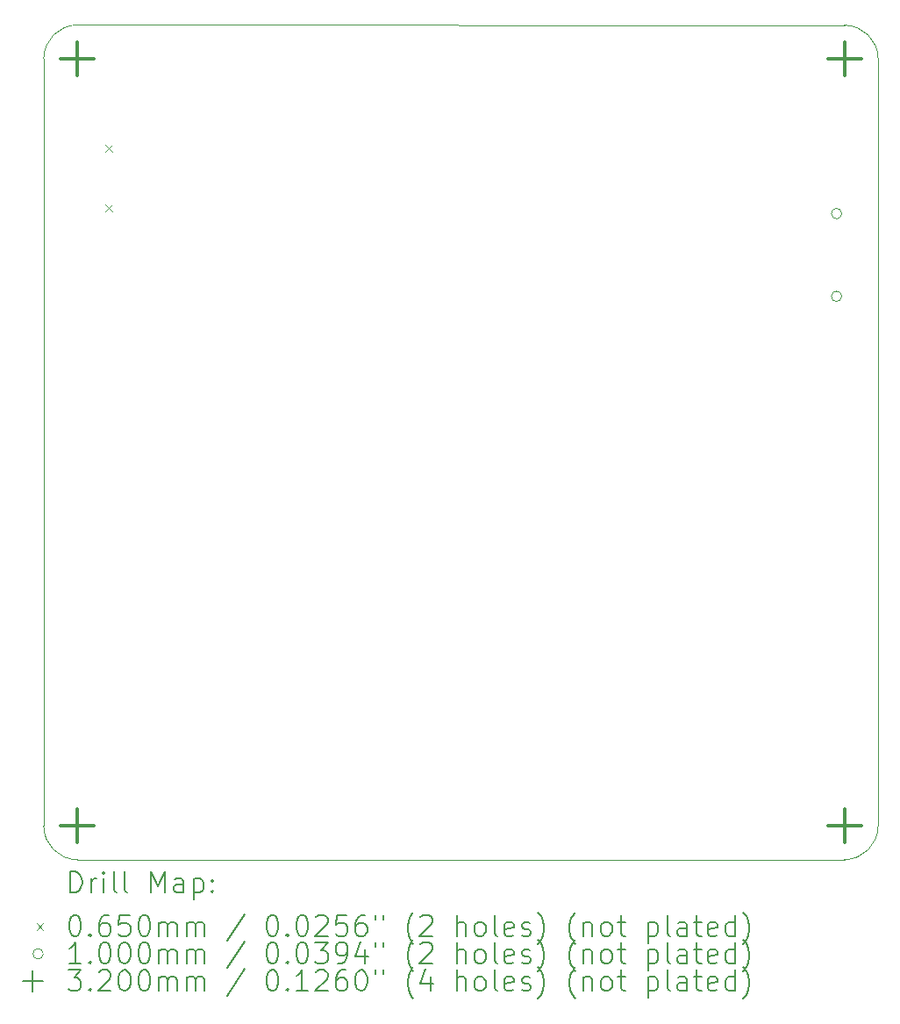
<source format=gbr>
%TF.GenerationSoftware,KiCad,Pcbnew,8.0.6*%
%TF.CreationDate,2024-11-27T19:32:27+03:00*%
%TF.ProjectId,OBCv1,4f424376-312e-46b6-9963-61645f706362,rev?*%
%TF.SameCoordinates,Original*%
%TF.FileFunction,Drillmap*%
%TF.FilePolarity,Positive*%
%FSLAX45Y45*%
G04 Gerber Fmt 4.5, Leading zero omitted, Abs format (unit mm)*
G04 Created by KiCad (PCBNEW 8.0.6) date 2024-11-27 19:32:27*
%MOMM*%
%LPD*%
G01*
G04 APERTURE LIST*
%ADD10C,0.100000*%
%ADD11C,0.200000*%
%ADD12C,0.320000*%
G04 APERTURE END LIST*
D10*
X5080139Y-4971026D02*
X5080000Y-12375000D01*
X5405000Y-12700000D02*
G75*
G02*
X5080000Y-12375000I0J325000D01*
G01*
X5080139Y-4971026D02*
G75*
G02*
X5405139Y-4646026I325000J0D01*
G01*
X13133982Y-4973200D02*
X13133982Y-12374970D01*
X13133982Y-12374970D02*
G75*
G02*
X12808982Y-12699972I-325002J1D01*
G01*
X12808982Y-12699970D02*
X5405000Y-12700000D01*
X5405139Y-4646026D02*
X12808982Y-4648200D01*
X12808982Y-4648200D02*
G75*
G02*
X13133980Y-4973200I-2J-325000D01*
G01*
D11*
D10*
X5674526Y-5803049D02*
X5739526Y-5868049D01*
X5739526Y-5803049D02*
X5674526Y-5868049D01*
X5674526Y-6381049D02*
X5739526Y-6446049D01*
X5739526Y-6381049D02*
X5674526Y-6446049D01*
X12782586Y-6466369D02*
G75*
G02*
X12682586Y-6466369I-50000J0D01*
G01*
X12682586Y-6466369D02*
G75*
G02*
X12782586Y-6466369I50000J0D01*
G01*
X12782586Y-7263929D02*
G75*
G02*
X12682586Y-7263929I-50000J0D01*
G01*
X12682586Y-7263929D02*
G75*
G02*
X12782586Y-7263929I50000J0D01*
G01*
D12*
X5405000Y-12215000D02*
X5405000Y-12535000D01*
X5245000Y-12375000D02*
X5565000Y-12375000D01*
X5405139Y-4811026D02*
X5405139Y-5131026D01*
X5245139Y-4971026D02*
X5565139Y-4971026D01*
X12808982Y-4813200D02*
X12808982Y-5133200D01*
X12648982Y-4973200D02*
X12968982Y-4973200D01*
X12808982Y-12214970D02*
X12808982Y-12534970D01*
X12648982Y-12374970D02*
X12968982Y-12374970D01*
D11*
X5335777Y-13016484D02*
X5335777Y-12816484D01*
X5335777Y-12816484D02*
X5383396Y-12816484D01*
X5383396Y-12816484D02*
X5411967Y-12826008D01*
X5411967Y-12826008D02*
X5431015Y-12845055D01*
X5431015Y-12845055D02*
X5440539Y-12864103D01*
X5440539Y-12864103D02*
X5450063Y-12902198D01*
X5450063Y-12902198D02*
X5450063Y-12930769D01*
X5450063Y-12930769D02*
X5440539Y-12968865D01*
X5440539Y-12968865D02*
X5431015Y-12987912D01*
X5431015Y-12987912D02*
X5411967Y-13006960D01*
X5411967Y-13006960D02*
X5383396Y-13016484D01*
X5383396Y-13016484D02*
X5335777Y-13016484D01*
X5535777Y-13016484D02*
X5535777Y-12883150D01*
X5535777Y-12921246D02*
X5545301Y-12902198D01*
X5545301Y-12902198D02*
X5554824Y-12892674D01*
X5554824Y-12892674D02*
X5573872Y-12883150D01*
X5573872Y-12883150D02*
X5592920Y-12883150D01*
X5659586Y-13016484D02*
X5659586Y-12883150D01*
X5659586Y-12816484D02*
X5650062Y-12826008D01*
X5650062Y-12826008D02*
X5659586Y-12835531D01*
X5659586Y-12835531D02*
X5669110Y-12826008D01*
X5669110Y-12826008D02*
X5659586Y-12816484D01*
X5659586Y-12816484D02*
X5659586Y-12835531D01*
X5783396Y-13016484D02*
X5764348Y-13006960D01*
X5764348Y-13006960D02*
X5754824Y-12987912D01*
X5754824Y-12987912D02*
X5754824Y-12816484D01*
X5888158Y-13016484D02*
X5869110Y-13006960D01*
X5869110Y-13006960D02*
X5859586Y-12987912D01*
X5859586Y-12987912D02*
X5859586Y-12816484D01*
X6116729Y-13016484D02*
X6116729Y-12816484D01*
X6116729Y-12816484D02*
X6183396Y-12959341D01*
X6183396Y-12959341D02*
X6250062Y-12816484D01*
X6250062Y-12816484D02*
X6250062Y-13016484D01*
X6431015Y-13016484D02*
X6431015Y-12911722D01*
X6431015Y-12911722D02*
X6421491Y-12892674D01*
X6421491Y-12892674D02*
X6402443Y-12883150D01*
X6402443Y-12883150D02*
X6364348Y-12883150D01*
X6364348Y-12883150D02*
X6345301Y-12892674D01*
X6431015Y-13006960D02*
X6411967Y-13016484D01*
X6411967Y-13016484D02*
X6364348Y-13016484D01*
X6364348Y-13016484D02*
X6345301Y-13006960D01*
X6345301Y-13006960D02*
X6335777Y-12987912D01*
X6335777Y-12987912D02*
X6335777Y-12968865D01*
X6335777Y-12968865D02*
X6345301Y-12949817D01*
X6345301Y-12949817D02*
X6364348Y-12940293D01*
X6364348Y-12940293D02*
X6411967Y-12940293D01*
X6411967Y-12940293D02*
X6431015Y-12930769D01*
X6526253Y-12883150D02*
X6526253Y-13083150D01*
X6526253Y-12892674D02*
X6545301Y-12883150D01*
X6545301Y-12883150D02*
X6583396Y-12883150D01*
X6583396Y-12883150D02*
X6602443Y-12892674D01*
X6602443Y-12892674D02*
X6611967Y-12902198D01*
X6611967Y-12902198D02*
X6621491Y-12921246D01*
X6621491Y-12921246D02*
X6621491Y-12978388D01*
X6621491Y-12978388D02*
X6611967Y-12997436D01*
X6611967Y-12997436D02*
X6602443Y-13006960D01*
X6602443Y-13006960D02*
X6583396Y-13016484D01*
X6583396Y-13016484D02*
X6545301Y-13016484D01*
X6545301Y-13016484D02*
X6526253Y-13006960D01*
X6707205Y-12997436D02*
X6716729Y-13006960D01*
X6716729Y-13006960D02*
X6707205Y-13016484D01*
X6707205Y-13016484D02*
X6697682Y-13006960D01*
X6697682Y-13006960D02*
X6707205Y-12997436D01*
X6707205Y-12997436D02*
X6707205Y-13016484D01*
X6707205Y-12892674D02*
X6716729Y-12902198D01*
X6716729Y-12902198D02*
X6707205Y-12911722D01*
X6707205Y-12911722D02*
X6697682Y-12902198D01*
X6697682Y-12902198D02*
X6707205Y-12892674D01*
X6707205Y-12892674D02*
X6707205Y-12911722D01*
D10*
X5010000Y-13312500D02*
X5075000Y-13377500D01*
X5075000Y-13312500D02*
X5010000Y-13377500D01*
D11*
X5373872Y-13236484D02*
X5392920Y-13236484D01*
X5392920Y-13236484D02*
X5411967Y-13246008D01*
X5411967Y-13246008D02*
X5421491Y-13255531D01*
X5421491Y-13255531D02*
X5431015Y-13274579D01*
X5431015Y-13274579D02*
X5440539Y-13312674D01*
X5440539Y-13312674D02*
X5440539Y-13360293D01*
X5440539Y-13360293D02*
X5431015Y-13398388D01*
X5431015Y-13398388D02*
X5421491Y-13417436D01*
X5421491Y-13417436D02*
X5411967Y-13426960D01*
X5411967Y-13426960D02*
X5392920Y-13436484D01*
X5392920Y-13436484D02*
X5373872Y-13436484D01*
X5373872Y-13436484D02*
X5354824Y-13426960D01*
X5354824Y-13426960D02*
X5345301Y-13417436D01*
X5345301Y-13417436D02*
X5335777Y-13398388D01*
X5335777Y-13398388D02*
X5326253Y-13360293D01*
X5326253Y-13360293D02*
X5326253Y-13312674D01*
X5326253Y-13312674D02*
X5335777Y-13274579D01*
X5335777Y-13274579D02*
X5345301Y-13255531D01*
X5345301Y-13255531D02*
X5354824Y-13246008D01*
X5354824Y-13246008D02*
X5373872Y-13236484D01*
X5526253Y-13417436D02*
X5535777Y-13426960D01*
X5535777Y-13426960D02*
X5526253Y-13436484D01*
X5526253Y-13436484D02*
X5516729Y-13426960D01*
X5516729Y-13426960D02*
X5526253Y-13417436D01*
X5526253Y-13417436D02*
X5526253Y-13436484D01*
X5707205Y-13236484D02*
X5669110Y-13236484D01*
X5669110Y-13236484D02*
X5650062Y-13246008D01*
X5650062Y-13246008D02*
X5640539Y-13255531D01*
X5640539Y-13255531D02*
X5621491Y-13284103D01*
X5621491Y-13284103D02*
X5611967Y-13322198D01*
X5611967Y-13322198D02*
X5611967Y-13398388D01*
X5611967Y-13398388D02*
X5621491Y-13417436D01*
X5621491Y-13417436D02*
X5631015Y-13426960D01*
X5631015Y-13426960D02*
X5650062Y-13436484D01*
X5650062Y-13436484D02*
X5688158Y-13436484D01*
X5688158Y-13436484D02*
X5707205Y-13426960D01*
X5707205Y-13426960D02*
X5716729Y-13417436D01*
X5716729Y-13417436D02*
X5726253Y-13398388D01*
X5726253Y-13398388D02*
X5726253Y-13350769D01*
X5726253Y-13350769D02*
X5716729Y-13331722D01*
X5716729Y-13331722D02*
X5707205Y-13322198D01*
X5707205Y-13322198D02*
X5688158Y-13312674D01*
X5688158Y-13312674D02*
X5650062Y-13312674D01*
X5650062Y-13312674D02*
X5631015Y-13322198D01*
X5631015Y-13322198D02*
X5621491Y-13331722D01*
X5621491Y-13331722D02*
X5611967Y-13350769D01*
X5907205Y-13236484D02*
X5811967Y-13236484D01*
X5811967Y-13236484D02*
X5802443Y-13331722D01*
X5802443Y-13331722D02*
X5811967Y-13322198D01*
X5811967Y-13322198D02*
X5831015Y-13312674D01*
X5831015Y-13312674D02*
X5878634Y-13312674D01*
X5878634Y-13312674D02*
X5897682Y-13322198D01*
X5897682Y-13322198D02*
X5907205Y-13331722D01*
X5907205Y-13331722D02*
X5916729Y-13350769D01*
X5916729Y-13350769D02*
X5916729Y-13398388D01*
X5916729Y-13398388D02*
X5907205Y-13417436D01*
X5907205Y-13417436D02*
X5897682Y-13426960D01*
X5897682Y-13426960D02*
X5878634Y-13436484D01*
X5878634Y-13436484D02*
X5831015Y-13436484D01*
X5831015Y-13436484D02*
X5811967Y-13426960D01*
X5811967Y-13426960D02*
X5802443Y-13417436D01*
X6040539Y-13236484D02*
X6059586Y-13236484D01*
X6059586Y-13236484D02*
X6078634Y-13246008D01*
X6078634Y-13246008D02*
X6088158Y-13255531D01*
X6088158Y-13255531D02*
X6097682Y-13274579D01*
X6097682Y-13274579D02*
X6107205Y-13312674D01*
X6107205Y-13312674D02*
X6107205Y-13360293D01*
X6107205Y-13360293D02*
X6097682Y-13398388D01*
X6097682Y-13398388D02*
X6088158Y-13417436D01*
X6088158Y-13417436D02*
X6078634Y-13426960D01*
X6078634Y-13426960D02*
X6059586Y-13436484D01*
X6059586Y-13436484D02*
X6040539Y-13436484D01*
X6040539Y-13436484D02*
X6021491Y-13426960D01*
X6021491Y-13426960D02*
X6011967Y-13417436D01*
X6011967Y-13417436D02*
X6002443Y-13398388D01*
X6002443Y-13398388D02*
X5992920Y-13360293D01*
X5992920Y-13360293D02*
X5992920Y-13312674D01*
X5992920Y-13312674D02*
X6002443Y-13274579D01*
X6002443Y-13274579D02*
X6011967Y-13255531D01*
X6011967Y-13255531D02*
X6021491Y-13246008D01*
X6021491Y-13246008D02*
X6040539Y-13236484D01*
X6192920Y-13436484D02*
X6192920Y-13303150D01*
X6192920Y-13322198D02*
X6202443Y-13312674D01*
X6202443Y-13312674D02*
X6221491Y-13303150D01*
X6221491Y-13303150D02*
X6250063Y-13303150D01*
X6250063Y-13303150D02*
X6269110Y-13312674D01*
X6269110Y-13312674D02*
X6278634Y-13331722D01*
X6278634Y-13331722D02*
X6278634Y-13436484D01*
X6278634Y-13331722D02*
X6288158Y-13312674D01*
X6288158Y-13312674D02*
X6307205Y-13303150D01*
X6307205Y-13303150D02*
X6335777Y-13303150D01*
X6335777Y-13303150D02*
X6354824Y-13312674D01*
X6354824Y-13312674D02*
X6364348Y-13331722D01*
X6364348Y-13331722D02*
X6364348Y-13436484D01*
X6459586Y-13436484D02*
X6459586Y-13303150D01*
X6459586Y-13322198D02*
X6469110Y-13312674D01*
X6469110Y-13312674D02*
X6488158Y-13303150D01*
X6488158Y-13303150D02*
X6516729Y-13303150D01*
X6516729Y-13303150D02*
X6535777Y-13312674D01*
X6535777Y-13312674D02*
X6545301Y-13331722D01*
X6545301Y-13331722D02*
X6545301Y-13436484D01*
X6545301Y-13331722D02*
X6554824Y-13312674D01*
X6554824Y-13312674D02*
X6573872Y-13303150D01*
X6573872Y-13303150D02*
X6602443Y-13303150D01*
X6602443Y-13303150D02*
X6621491Y-13312674D01*
X6621491Y-13312674D02*
X6631015Y-13331722D01*
X6631015Y-13331722D02*
X6631015Y-13436484D01*
X7021491Y-13226960D02*
X6850063Y-13484103D01*
X7278634Y-13236484D02*
X7297682Y-13236484D01*
X7297682Y-13236484D02*
X7316729Y-13246008D01*
X7316729Y-13246008D02*
X7326253Y-13255531D01*
X7326253Y-13255531D02*
X7335777Y-13274579D01*
X7335777Y-13274579D02*
X7345301Y-13312674D01*
X7345301Y-13312674D02*
X7345301Y-13360293D01*
X7345301Y-13360293D02*
X7335777Y-13398388D01*
X7335777Y-13398388D02*
X7326253Y-13417436D01*
X7326253Y-13417436D02*
X7316729Y-13426960D01*
X7316729Y-13426960D02*
X7297682Y-13436484D01*
X7297682Y-13436484D02*
X7278634Y-13436484D01*
X7278634Y-13436484D02*
X7259586Y-13426960D01*
X7259586Y-13426960D02*
X7250063Y-13417436D01*
X7250063Y-13417436D02*
X7240539Y-13398388D01*
X7240539Y-13398388D02*
X7231015Y-13360293D01*
X7231015Y-13360293D02*
X7231015Y-13312674D01*
X7231015Y-13312674D02*
X7240539Y-13274579D01*
X7240539Y-13274579D02*
X7250063Y-13255531D01*
X7250063Y-13255531D02*
X7259586Y-13246008D01*
X7259586Y-13246008D02*
X7278634Y-13236484D01*
X7431015Y-13417436D02*
X7440539Y-13426960D01*
X7440539Y-13426960D02*
X7431015Y-13436484D01*
X7431015Y-13436484D02*
X7421491Y-13426960D01*
X7421491Y-13426960D02*
X7431015Y-13417436D01*
X7431015Y-13417436D02*
X7431015Y-13436484D01*
X7564348Y-13236484D02*
X7583396Y-13236484D01*
X7583396Y-13236484D02*
X7602444Y-13246008D01*
X7602444Y-13246008D02*
X7611967Y-13255531D01*
X7611967Y-13255531D02*
X7621491Y-13274579D01*
X7621491Y-13274579D02*
X7631015Y-13312674D01*
X7631015Y-13312674D02*
X7631015Y-13360293D01*
X7631015Y-13360293D02*
X7621491Y-13398388D01*
X7621491Y-13398388D02*
X7611967Y-13417436D01*
X7611967Y-13417436D02*
X7602444Y-13426960D01*
X7602444Y-13426960D02*
X7583396Y-13436484D01*
X7583396Y-13436484D02*
X7564348Y-13436484D01*
X7564348Y-13436484D02*
X7545301Y-13426960D01*
X7545301Y-13426960D02*
X7535777Y-13417436D01*
X7535777Y-13417436D02*
X7526253Y-13398388D01*
X7526253Y-13398388D02*
X7516729Y-13360293D01*
X7516729Y-13360293D02*
X7516729Y-13312674D01*
X7516729Y-13312674D02*
X7526253Y-13274579D01*
X7526253Y-13274579D02*
X7535777Y-13255531D01*
X7535777Y-13255531D02*
X7545301Y-13246008D01*
X7545301Y-13246008D02*
X7564348Y-13236484D01*
X7707206Y-13255531D02*
X7716729Y-13246008D01*
X7716729Y-13246008D02*
X7735777Y-13236484D01*
X7735777Y-13236484D02*
X7783396Y-13236484D01*
X7783396Y-13236484D02*
X7802444Y-13246008D01*
X7802444Y-13246008D02*
X7811967Y-13255531D01*
X7811967Y-13255531D02*
X7821491Y-13274579D01*
X7821491Y-13274579D02*
X7821491Y-13293627D01*
X7821491Y-13293627D02*
X7811967Y-13322198D01*
X7811967Y-13322198D02*
X7697682Y-13436484D01*
X7697682Y-13436484D02*
X7821491Y-13436484D01*
X8002444Y-13236484D02*
X7907206Y-13236484D01*
X7907206Y-13236484D02*
X7897682Y-13331722D01*
X7897682Y-13331722D02*
X7907206Y-13322198D01*
X7907206Y-13322198D02*
X7926253Y-13312674D01*
X7926253Y-13312674D02*
X7973872Y-13312674D01*
X7973872Y-13312674D02*
X7992920Y-13322198D01*
X7992920Y-13322198D02*
X8002444Y-13331722D01*
X8002444Y-13331722D02*
X8011967Y-13350769D01*
X8011967Y-13350769D02*
X8011967Y-13398388D01*
X8011967Y-13398388D02*
X8002444Y-13417436D01*
X8002444Y-13417436D02*
X7992920Y-13426960D01*
X7992920Y-13426960D02*
X7973872Y-13436484D01*
X7973872Y-13436484D02*
X7926253Y-13436484D01*
X7926253Y-13436484D02*
X7907206Y-13426960D01*
X7907206Y-13426960D02*
X7897682Y-13417436D01*
X8183396Y-13236484D02*
X8145301Y-13236484D01*
X8145301Y-13236484D02*
X8126253Y-13246008D01*
X8126253Y-13246008D02*
X8116729Y-13255531D01*
X8116729Y-13255531D02*
X8097682Y-13284103D01*
X8097682Y-13284103D02*
X8088158Y-13322198D01*
X8088158Y-13322198D02*
X8088158Y-13398388D01*
X8088158Y-13398388D02*
X8097682Y-13417436D01*
X8097682Y-13417436D02*
X8107206Y-13426960D01*
X8107206Y-13426960D02*
X8126253Y-13436484D01*
X8126253Y-13436484D02*
X8164348Y-13436484D01*
X8164348Y-13436484D02*
X8183396Y-13426960D01*
X8183396Y-13426960D02*
X8192920Y-13417436D01*
X8192920Y-13417436D02*
X8202444Y-13398388D01*
X8202444Y-13398388D02*
X8202444Y-13350769D01*
X8202444Y-13350769D02*
X8192920Y-13331722D01*
X8192920Y-13331722D02*
X8183396Y-13322198D01*
X8183396Y-13322198D02*
X8164348Y-13312674D01*
X8164348Y-13312674D02*
X8126253Y-13312674D01*
X8126253Y-13312674D02*
X8107206Y-13322198D01*
X8107206Y-13322198D02*
X8097682Y-13331722D01*
X8097682Y-13331722D02*
X8088158Y-13350769D01*
X8278634Y-13236484D02*
X8278634Y-13274579D01*
X8354825Y-13236484D02*
X8354825Y-13274579D01*
X8650063Y-13512674D02*
X8640539Y-13503150D01*
X8640539Y-13503150D02*
X8621491Y-13474579D01*
X8621491Y-13474579D02*
X8611968Y-13455531D01*
X8611968Y-13455531D02*
X8602444Y-13426960D01*
X8602444Y-13426960D02*
X8592920Y-13379341D01*
X8592920Y-13379341D02*
X8592920Y-13341246D01*
X8592920Y-13341246D02*
X8602444Y-13293627D01*
X8602444Y-13293627D02*
X8611968Y-13265055D01*
X8611968Y-13265055D02*
X8621491Y-13246008D01*
X8621491Y-13246008D02*
X8640539Y-13217436D01*
X8640539Y-13217436D02*
X8650063Y-13207912D01*
X8716730Y-13255531D02*
X8726253Y-13246008D01*
X8726253Y-13246008D02*
X8745301Y-13236484D01*
X8745301Y-13236484D02*
X8792920Y-13236484D01*
X8792920Y-13236484D02*
X8811968Y-13246008D01*
X8811968Y-13246008D02*
X8821491Y-13255531D01*
X8821491Y-13255531D02*
X8831015Y-13274579D01*
X8831015Y-13274579D02*
X8831015Y-13293627D01*
X8831015Y-13293627D02*
X8821491Y-13322198D01*
X8821491Y-13322198D02*
X8707206Y-13436484D01*
X8707206Y-13436484D02*
X8831015Y-13436484D01*
X9069111Y-13436484D02*
X9069111Y-13236484D01*
X9154825Y-13436484D02*
X9154825Y-13331722D01*
X9154825Y-13331722D02*
X9145301Y-13312674D01*
X9145301Y-13312674D02*
X9126253Y-13303150D01*
X9126253Y-13303150D02*
X9097682Y-13303150D01*
X9097682Y-13303150D02*
X9078634Y-13312674D01*
X9078634Y-13312674D02*
X9069111Y-13322198D01*
X9278634Y-13436484D02*
X9259587Y-13426960D01*
X9259587Y-13426960D02*
X9250063Y-13417436D01*
X9250063Y-13417436D02*
X9240539Y-13398388D01*
X9240539Y-13398388D02*
X9240539Y-13341246D01*
X9240539Y-13341246D02*
X9250063Y-13322198D01*
X9250063Y-13322198D02*
X9259587Y-13312674D01*
X9259587Y-13312674D02*
X9278634Y-13303150D01*
X9278634Y-13303150D02*
X9307206Y-13303150D01*
X9307206Y-13303150D02*
X9326253Y-13312674D01*
X9326253Y-13312674D02*
X9335777Y-13322198D01*
X9335777Y-13322198D02*
X9345301Y-13341246D01*
X9345301Y-13341246D02*
X9345301Y-13398388D01*
X9345301Y-13398388D02*
X9335777Y-13417436D01*
X9335777Y-13417436D02*
X9326253Y-13426960D01*
X9326253Y-13426960D02*
X9307206Y-13436484D01*
X9307206Y-13436484D02*
X9278634Y-13436484D01*
X9459587Y-13436484D02*
X9440539Y-13426960D01*
X9440539Y-13426960D02*
X9431015Y-13407912D01*
X9431015Y-13407912D02*
X9431015Y-13236484D01*
X9611968Y-13426960D02*
X9592920Y-13436484D01*
X9592920Y-13436484D02*
X9554825Y-13436484D01*
X9554825Y-13436484D02*
X9535777Y-13426960D01*
X9535777Y-13426960D02*
X9526253Y-13407912D01*
X9526253Y-13407912D02*
X9526253Y-13331722D01*
X9526253Y-13331722D02*
X9535777Y-13312674D01*
X9535777Y-13312674D02*
X9554825Y-13303150D01*
X9554825Y-13303150D02*
X9592920Y-13303150D01*
X9592920Y-13303150D02*
X9611968Y-13312674D01*
X9611968Y-13312674D02*
X9621492Y-13331722D01*
X9621492Y-13331722D02*
X9621492Y-13350769D01*
X9621492Y-13350769D02*
X9526253Y-13369817D01*
X9697682Y-13426960D02*
X9716730Y-13436484D01*
X9716730Y-13436484D02*
X9754825Y-13436484D01*
X9754825Y-13436484D02*
X9773873Y-13426960D01*
X9773873Y-13426960D02*
X9783396Y-13407912D01*
X9783396Y-13407912D02*
X9783396Y-13398388D01*
X9783396Y-13398388D02*
X9773873Y-13379341D01*
X9773873Y-13379341D02*
X9754825Y-13369817D01*
X9754825Y-13369817D02*
X9726253Y-13369817D01*
X9726253Y-13369817D02*
X9707206Y-13360293D01*
X9707206Y-13360293D02*
X9697682Y-13341246D01*
X9697682Y-13341246D02*
X9697682Y-13331722D01*
X9697682Y-13331722D02*
X9707206Y-13312674D01*
X9707206Y-13312674D02*
X9726253Y-13303150D01*
X9726253Y-13303150D02*
X9754825Y-13303150D01*
X9754825Y-13303150D02*
X9773873Y-13312674D01*
X9850063Y-13512674D02*
X9859587Y-13503150D01*
X9859587Y-13503150D02*
X9878634Y-13474579D01*
X9878634Y-13474579D02*
X9888158Y-13455531D01*
X9888158Y-13455531D02*
X9897682Y-13426960D01*
X9897682Y-13426960D02*
X9907206Y-13379341D01*
X9907206Y-13379341D02*
X9907206Y-13341246D01*
X9907206Y-13341246D02*
X9897682Y-13293627D01*
X9897682Y-13293627D02*
X9888158Y-13265055D01*
X9888158Y-13265055D02*
X9878634Y-13246008D01*
X9878634Y-13246008D02*
X9859587Y-13217436D01*
X9859587Y-13217436D02*
X9850063Y-13207912D01*
X10211968Y-13512674D02*
X10202444Y-13503150D01*
X10202444Y-13503150D02*
X10183396Y-13474579D01*
X10183396Y-13474579D02*
X10173873Y-13455531D01*
X10173873Y-13455531D02*
X10164349Y-13426960D01*
X10164349Y-13426960D02*
X10154825Y-13379341D01*
X10154825Y-13379341D02*
X10154825Y-13341246D01*
X10154825Y-13341246D02*
X10164349Y-13293627D01*
X10164349Y-13293627D02*
X10173873Y-13265055D01*
X10173873Y-13265055D02*
X10183396Y-13246008D01*
X10183396Y-13246008D02*
X10202444Y-13217436D01*
X10202444Y-13217436D02*
X10211968Y-13207912D01*
X10288158Y-13303150D02*
X10288158Y-13436484D01*
X10288158Y-13322198D02*
X10297682Y-13312674D01*
X10297682Y-13312674D02*
X10316730Y-13303150D01*
X10316730Y-13303150D02*
X10345301Y-13303150D01*
X10345301Y-13303150D02*
X10364349Y-13312674D01*
X10364349Y-13312674D02*
X10373873Y-13331722D01*
X10373873Y-13331722D02*
X10373873Y-13436484D01*
X10497682Y-13436484D02*
X10478634Y-13426960D01*
X10478634Y-13426960D02*
X10469111Y-13417436D01*
X10469111Y-13417436D02*
X10459587Y-13398388D01*
X10459587Y-13398388D02*
X10459587Y-13341246D01*
X10459587Y-13341246D02*
X10469111Y-13322198D01*
X10469111Y-13322198D02*
X10478634Y-13312674D01*
X10478634Y-13312674D02*
X10497682Y-13303150D01*
X10497682Y-13303150D02*
X10526254Y-13303150D01*
X10526254Y-13303150D02*
X10545301Y-13312674D01*
X10545301Y-13312674D02*
X10554825Y-13322198D01*
X10554825Y-13322198D02*
X10564349Y-13341246D01*
X10564349Y-13341246D02*
X10564349Y-13398388D01*
X10564349Y-13398388D02*
X10554825Y-13417436D01*
X10554825Y-13417436D02*
X10545301Y-13426960D01*
X10545301Y-13426960D02*
X10526254Y-13436484D01*
X10526254Y-13436484D02*
X10497682Y-13436484D01*
X10621492Y-13303150D02*
X10697682Y-13303150D01*
X10650063Y-13236484D02*
X10650063Y-13407912D01*
X10650063Y-13407912D02*
X10659587Y-13426960D01*
X10659587Y-13426960D02*
X10678634Y-13436484D01*
X10678634Y-13436484D02*
X10697682Y-13436484D01*
X10916730Y-13303150D02*
X10916730Y-13503150D01*
X10916730Y-13312674D02*
X10935777Y-13303150D01*
X10935777Y-13303150D02*
X10973873Y-13303150D01*
X10973873Y-13303150D02*
X10992920Y-13312674D01*
X10992920Y-13312674D02*
X11002444Y-13322198D01*
X11002444Y-13322198D02*
X11011968Y-13341246D01*
X11011968Y-13341246D02*
X11011968Y-13398388D01*
X11011968Y-13398388D02*
X11002444Y-13417436D01*
X11002444Y-13417436D02*
X10992920Y-13426960D01*
X10992920Y-13426960D02*
X10973873Y-13436484D01*
X10973873Y-13436484D02*
X10935777Y-13436484D01*
X10935777Y-13436484D02*
X10916730Y-13426960D01*
X11126254Y-13436484D02*
X11107206Y-13426960D01*
X11107206Y-13426960D02*
X11097682Y-13407912D01*
X11097682Y-13407912D02*
X11097682Y-13236484D01*
X11288158Y-13436484D02*
X11288158Y-13331722D01*
X11288158Y-13331722D02*
X11278634Y-13312674D01*
X11278634Y-13312674D02*
X11259587Y-13303150D01*
X11259587Y-13303150D02*
X11221492Y-13303150D01*
X11221492Y-13303150D02*
X11202444Y-13312674D01*
X11288158Y-13426960D02*
X11269111Y-13436484D01*
X11269111Y-13436484D02*
X11221492Y-13436484D01*
X11221492Y-13436484D02*
X11202444Y-13426960D01*
X11202444Y-13426960D02*
X11192920Y-13407912D01*
X11192920Y-13407912D02*
X11192920Y-13388865D01*
X11192920Y-13388865D02*
X11202444Y-13369817D01*
X11202444Y-13369817D02*
X11221492Y-13360293D01*
X11221492Y-13360293D02*
X11269111Y-13360293D01*
X11269111Y-13360293D02*
X11288158Y-13350769D01*
X11354825Y-13303150D02*
X11431015Y-13303150D01*
X11383396Y-13236484D02*
X11383396Y-13407912D01*
X11383396Y-13407912D02*
X11392920Y-13426960D01*
X11392920Y-13426960D02*
X11411968Y-13436484D01*
X11411968Y-13436484D02*
X11431015Y-13436484D01*
X11573873Y-13426960D02*
X11554825Y-13436484D01*
X11554825Y-13436484D02*
X11516730Y-13436484D01*
X11516730Y-13436484D02*
X11497682Y-13426960D01*
X11497682Y-13426960D02*
X11488158Y-13407912D01*
X11488158Y-13407912D02*
X11488158Y-13331722D01*
X11488158Y-13331722D02*
X11497682Y-13312674D01*
X11497682Y-13312674D02*
X11516730Y-13303150D01*
X11516730Y-13303150D02*
X11554825Y-13303150D01*
X11554825Y-13303150D02*
X11573873Y-13312674D01*
X11573873Y-13312674D02*
X11583396Y-13331722D01*
X11583396Y-13331722D02*
X11583396Y-13350769D01*
X11583396Y-13350769D02*
X11488158Y-13369817D01*
X11754825Y-13436484D02*
X11754825Y-13236484D01*
X11754825Y-13426960D02*
X11735777Y-13436484D01*
X11735777Y-13436484D02*
X11697682Y-13436484D01*
X11697682Y-13436484D02*
X11678634Y-13426960D01*
X11678634Y-13426960D02*
X11669111Y-13417436D01*
X11669111Y-13417436D02*
X11659587Y-13398388D01*
X11659587Y-13398388D02*
X11659587Y-13341246D01*
X11659587Y-13341246D02*
X11669111Y-13322198D01*
X11669111Y-13322198D02*
X11678634Y-13312674D01*
X11678634Y-13312674D02*
X11697682Y-13303150D01*
X11697682Y-13303150D02*
X11735777Y-13303150D01*
X11735777Y-13303150D02*
X11754825Y-13312674D01*
X11831015Y-13512674D02*
X11840539Y-13503150D01*
X11840539Y-13503150D02*
X11859587Y-13474579D01*
X11859587Y-13474579D02*
X11869111Y-13455531D01*
X11869111Y-13455531D02*
X11878634Y-13426960D01*
X11878634Y-13426960D02*
X11888158Y-13379341D01*
X11888158Y-13379341D02*
X11888158Y-13341246D01*
X11888158Y-13341246D02*
X11878634Y-13293627D01*
X11878634Y-13293627D02*
X11869111Y-13265055D01*
X11869111Y-13265055D02*
X11859587Y-13246008D01*
X11859587Y-13246008D02*
X11840539Y-13217436D01*
X11840539Y-13217436D02*
X11831015Y-13207912D01*
D10*
X5075000Y-13609000D02*
G75*
G02*
X4975000Y-13609000I-50000J0D01*
G01*
X4975000Y-13609000D02*
G75*
G02*
X5075000Y-13609000I50000J0D01*
G01*
D11*
X5440539Y-13700484D02*
X5326253Y-13700484D01*
X5383396Y-13700484D02*
X5383396Y-13500484D01*
X5383396Y-13500484D02*
X5364348Y-13529055D01*
X5364348Y-13529055D02*
X5345301Y-13548103D01*
X5345301Y-13548103D02*
X5326253Y-13557627D01*
X5526253Y-13681436D02*
X5535777Y-13690960D01*
X5535777Y-13690960D02*
X5526253Y-13700484D01*
X5526253Y-13700484D02*
X5516729Y-13690960D01*
X5516729Y-13690960D02*
X5526253Y-13681436D01*
X5526253Y-13681436D02*
X5526253Y-13700484D01*
X5659586Y-13500484D02*
X5678634Y-13500484D01*
X5678634Y-13500484D02*
X5697682Y-13510008D01*
X5697682Y-13510008D02*
X5707205Y-13519531D01*
X5707205Y-13519531D02*
X5716729Y-13538579D01*
X5716729Y-13538579D02*
X5726253Y-13576674D01*
X5726253Y-13576674D02*
X5726253Y-13624293D01*
X5726253Y-13624293D02*
X5716729Y-13662388D01*
X5716729Y-13662388D02*
X5707205Y-13681436D01*
X5707205Y-13681436D02*
X5697682Y-13690960D01*
X5697682Y-13690960D02*
X5678634Y-13700484D01*
X5678634Y-13700484D02*
X5659586Y-13700484D01*
X5659586Y-13700484D02*
X5640539Y-13690960D01*
X5640539Y-13690960D02*
X5631015Y-13681436D01*
X5631015Y-13681436D02*
X5621491Y-13662388D01*
X5621491Y-13662388D02*
X5611967Y-13624293D01*
X5611967Y-13624293D02*
X5611967Y-13576674D01*
X5611967Y-13576674D02*
X5621491Y-13538579D01*
X5621491Y-13538579D02*
X5631015Y-13519531D01*
X5631015Y-13519531D02*
X5640539Y-13510008D01*
X5640539Y-13510008D02*
X5659586Y-13500484D01*
X5850062Y-13500484D02*
X5869110Y-13500484D01*
X5869110Y-13500484D02*
X5888158Y-13510008D01*
X5888158Y-13510008D02*
X5897682Y-13519531D01*
X5897682Y-13519531D02*
X5907205Y-13538579D01*
X5907205Y-13538579D02*
X5916729Y-13576674D01*
X5916729Y-13576674D02*
X5916729Y-13624293D01*
X5916729Y-13624293D02*
X5907205Y-13662388D01*
X5907205Y-13662388D02*
X5897682Y-13681436D01*
X5897682Y-13681436D02*
X5888158Y-13690960D01*
X5888158Y-13690960D02*
X5869110Y-13700484D01*
X5869110Y-13700484D02*
X5850062Y-13700484D01*
X5850062Y-13700484D02*
X5831015Y-13690960D01*
X5831015Y-13690960D02*
X5821491Y-13681436D01*
X5821491Y-13681436D02*
X5811967Y-13662388D01*
X5811967Y-13662388D02*
X5802443Y-13624293D01*
X5802443Y-13624293D02*
X5802443Y-13576674D01*
X5802443Y-13576674D02*
X5811967Y-13538579D01*
X5811967Y-13538579D02*
X5821491Y-13519531D01*
X5821491Y-13519531D02*
X5831015Y-13510008D01*
X5831015Y-13510008D02*
X5850062Y-13500484D01*
X6040539Y-13500484D02*
X6059586Y-13500484D01*
X6059586Y-13500484D02*
X6078634Y-13510008D01*
X6078634Y-13510008D02*
X6088158Y-13519531D01*
X6088158Y-13519531D02*
X6097682Y-13538579D01*
X6097682Y-13538579D02*
X6107205Y-13576674D01*
X6107205Y-13576674D02*
X6107205Y-13624293D01*
X6107205Y-13624293D02*
X6097682Y-13662388D01*
X6097682Y-13662388D02*
X6088158Y-13681436D01*
X6088158Y-13681436D02*
X6078634Y-13690960D01*
X6078634Y-13690960D02*
X6059586Y-13700484D01*
X6059586Y-13700484D02*
X6040539Y-13700484D01*
X6040539Y-13700484D02*
X6021491Y-13690960D01*
X6021491Y-13690960D02*
X6011967Y-13681436D01*
X6011967Y-13681436D02*
X6002443Y-13662388D01*
X6002443Y-13662388D02*
X5992920Y-13624293D01*
X5992920Y-13624293D02*
X5992920Y-13576674D01*
X5992920Y-13576674D02*
X6002443Y-13538579D01*
X6002443Y-13538579D02*
X6011967Y-13519531D01*
X6011967Y-13519531D02*
X6021491Y-13510008D01*
X6021491Y-13510008D02*
X6040539Y-13500484D01*
X6192920Y-13700484D02*
X6192920Y-13567150D01*
X6192920Y-13586198D02*
X6202443Y-13576674D01*
X6202443Y-13576674D02*
X6221491Y-13567150D01*
X6221491Y-13567150D02*
X6250063Y-13567150D01*
X6250063Y-13567150D02*
X6269110Y-13576674D01*
X6269110Y-13576674D02*
X6278634Y-13595722D01*
X6278634Y-13595722D02*
X6278634Y-13700484D01*
X6278634Y-13595722D02*
X6288158Y-13576674D01*
X6288158Y-13576674D02*
X6307205Y-13567150D01*
X6307205Y-13567150D02*
X6335777Y-13567150D01*
X6335777Y-13567150D02*
X6354824Y-13576674D01*
X6354824Y-13576674D02*
X6364348Y-13595722D01*
X6364348Y-13595722D02*
X6364348Y-13700484D01*
X6459586Y-13700484D02*
X6459586Y-13567150D01*
X6459586Y-13586198D02*
X6469110Y-13576674D01*
X6469110Y-13576674D02*
X6488158Y-13567150D01*
X6488158Y-13567150D02*
X6516729Y-13567150D01*
X6516729Y-13567150D02*
X6535777Y-13576674D01*
X6535777Y-13576674D02*
X6545301Y-13595722D01*
X6545301Y-13595722D02*
X6545301Y-13700484D01*
X6545301Y-13595722D02*
X6554824Y-13576674D01*
X6554824Y-13576674D02*
X6573872Y-13567150D01*
X6573872Y-13567150D02*
X6602443Y-13567150D01*
X6602443Y-13567150D02*
X6621491Y-13576674D01*
X6621491Y-13576674D02*
X6631015Y-13595722D01*
X6631015Y-13595722D02*
X6631015Y-13700484D01*
X7021491Y-13490960D02*
X6850063Y-13748103D01*
X7278634Y-13500484D02*
X7297682Y-13500484D01*
X7297682Y-13500484D02*
X7316729Y-13510008D01*
X7316729Y-13510008D02*
X7326253Y-13519531D01*
X7326253Y-13519531D02*
X7335777Y-13538579D01*
X7335777Y-13538579D02*
X7345301Y-13576674D01*
X7345301Y-13576674D02*
X7345301Y-13624293D01*
X7345301Y-13624293D02*
X7335777Y-13662388D01*
X7335777Y-13662388D02*
X7326253Y-13681436D01*
X7326253Y-13681436D02*
X7316729Y-13690960D01*
X7316729Y-13690960D02*
X7297682Y-13700484D01*
X7297682Y-13700484D02*
X7278634Y-13700484D01*
X7278634Y-13700484D02*
X7259586Y-13690960D01*
X7259586Y-13690960D02*
X7250063Y-13681436D01*
X7250063Y-13681436D02*
X7240539Y-13662388D01*
X7240539Y-13662388D02*
X7231015Y-13624293D01*
X7231015Y-13624293D02*
X7231015Y-13576674D01*
X7231015Y-13576674D02*
X7240539Y-13538579D01*
X7240539Y-13538579D02*
X7250063Y-13519531D01*
X7250063Y-13519531D02*
X7259586Y-13510008D01*
X7259586Y-13510008D02*
X7278634Y-13500484D01*
X7431015Y-13681436D02*
X7440539Y-13690960D01*
X7440539Y-13690960D02*
X7431015Y-13700484D01*
X7431015Y-13700484D02*
X7421491Y-13690960D01*
X7421491Y-13690960D02*
X7431015Y-13681436D01*
X7431015Y-13681436D02*
X7431015Y-13700484D01*
X7564348Y-13500484D02*
X7583396Y-13500484D01*
X7583396Y-13500484D02*
X7602444Y-13510008D01*
X7602444Y-13510008D02*
X7611967Y-13519531D01*
X7611967Y-13519531D02*
X7621491Y-13538579D01*
X7621491Y-13538579D02*
X7631015Y-13576674D01*
X7631015Y-13576674D02*
X7631015Y-13624293D01*
X7631015Y-13624293D02*
X7621491Y-13662388D01*
X7621491Y-13662388D02*
X7611967Y-13681436D01*
X7611967Y-13681436D02*
X7602444Y-13690960D01*
X7602444Y-13690960D02*
X7583396Y-13700484D01*
X7583396Y-13700484D02*
X7564348Y-13700484D01*
X7564348Y-13700484D02*
X7545301Y-13690960D01*
X7545301Y-13690960D02*
X7535777Y-13681436D01*
X7535777Y-13681436D02*
X7526253Y-13662388D01*
X7526253Y-13662388D02*
X7516729Y-13624293D01*
X7516729Y-13624293D02*
X7516729Y-13576674D01*
X7516729Y-13576674D02*
X7526253Y-13538579D01*
X7526253Y-13538579D02*
X7535777Y-13519531D01*
X7535777Y-13519531D02*
X7545301Y-13510008D01*
X7545301Y-13510008D02*
X7564348Y-13500484D01*
X7697682Y-13500484D02*
X7821491Y-13500484D01*
X7821491Y-13500484D02*
X7754825Y-13576674D01*
X7754825Y-13576674D02*
X7783396Y-13576674D01*
X7783396Y-13576674D02*
X7802444Y-13586198D01*
X7802444Y-13586198D02*
X7811967Y-13595722D01*
X7811967Y-13595722D02*
X7821491Y-13614769D01*
X7821491Y-13614769D02*
X7821491Y-13662388D01*
X7821491Y-13662388D02*
X7811967Y-13681436D01*
X7811967Y-13681436D02*
X7802444Y-13690960D01*
X7802444Y-13690960D02*
X7783396Y-13700484D01*
X7783396Y-13700484D02*
X7726253Y-13700484D01*
X7726253Y-13700484D02*
X7707206Y-13690960D01*
X7707206Y-13690960D02*
X7697682Y-13681436D01*
X7916729Y-13700484D02*
X7954825Y-13700484D01*
X7954825Y-13700484D02*
X7973872Y-13690960D01*
X7973872Y-13690960D02*
X7983396Y-13681436D01*
X7983396Y-13681436D02*
X8002444Y-13652865D01*
X8002444Y-13652865D02*
X8011967Y-13614769D01*
X8011967Y-13614769D02*
X8011967Y-13538579D01*
X8011967Y-13538579D02*
X8002444Y-13519531D01*
X8002444Y-13519531D02*
X7992920Y-13510008D01*
X7992920Y-13510008D02*
X7973872Y-13500484D01*
X7973872Y-13500484D02*
X7935777Y-13500484D01*
X7935777Y-13500484D02*
X7916729Y-13510008D01*
X7916729Y-13510008D02*
X7907206Y-13519531D01*
X7907206Y-13519531D02*
X7897682Y-13538579D01*
X7897682Y-13538579D02*
X7897682Y-13586198D01*
X7897682Y-13586198D02*
X7907206Y-13605246D01*
X7907206Y-13605246D02*
X7916729Y-13614769D01*
X7916729Y-13614769D02*
X7935777Y-13624293D01*
X7935777Y-13624293D02*
X7973872Y-13624293D01*
X7973872Y-13624293D02*
X7992920Y-13614769D01*
X7992920Y-13614769D02*
X8002444Y-13605246D01*
X8002444Y-13605246D02*
X8011967Y-13586198D01*
X8183396Y-13567150D02*
X8183396Y-13700484D01*
X8135777Y-13490960D02*
X8088158Y-13633817D01*
X8088158Y-13633817D02*
X8211967Y-13633817D01*
X8278634Y-13500484D02*
X8278634Y-13538579D01*
X8354825Y-13500484D02*
X8354825Y-13538579D01*
X8650063Y-13776674D02*
X8640539Y-13767150D01*
X8640539Y-13767150D02*
X8621491Y-13738579D01*
X8621491Y-13738579D02*
X8611968Y-13719531D01*
X8611968Y-13719531D02*
X8602444Y-13690960D01*
X8602444Y-13690960D02*
X8592920Y-13643341D01*
X8592920Y-13643341D02*
X8592920Y-13605246D01*
X8592920Y-13605246D02*
X8602444Y-13557627D01*
X8602444Y-13557627D02*
X8611968Y-13529055D01*
X8611968Y-13529055D02*
X8621491Y-13510008D01*
X8621491Y-13510008D02*
X8640539Y-13481436D01*
X8640539Y-13481436D02*
X8650063Y-13471912D01*
X8716730Y-13519531D02*
X8726253Y-13510008D01*
X8726253Y-13510008D02*
X8745301Y-13500484D01*
X8745301Y-13500484D02*
X8792920Y-13500484D01*
X8792920Y-13500484D02*
X8811968Y-13510008D01*
X8811968Y-13510008D02*
X8821491Y-13519531D01*
X8821491Y-13519531D02*
X8831015Y-13538579D01*
X8831015Y-13538579D02*
X8831015Y-13557627D01*
X8831015Y-13557627D02*
X8821491Y-13586198D01*
X8821491Y-13586198D02*
X8707206Y-13700484D01*
X8707206Y-13700484D02*
X8831015Y-13700484D01*
X9069111Y-13700484D02*
X9069111Y-13500484D01*
X9154825Y-13700484D02*
X9154825Y-13595722D01*
X9154825Y-13595722D02*
X9145301Y-13576674D01*
X9145301Y-13576674D02*
X9126253Y-13567150D01*
X9126253Y-13567150D02*
X9097682Y-13567150D01*
X9097682Y-13567150D02*
X9078634Y-13576674D01*
X9078634Y-13576674D02*
X9069111Y-13586198D01*
X9278634Y-13700484D02*
X9259587Y-13690960D01*
X9259587Y-13690960D02*
X9250063Y-13681436D01*
X9250063Y-13681436D02*
X9240539Y-13662388D01*
X9240539Y-13662388D02*
X9240539Y-13605246D01*
X9240539Y-13605246D02*
X9250063Y-13586198D01*
X9250063Y-13586198D02*
X9259587Y-13576674D01*
X9259587Y-13576674D02*
X9278634Y-13567150D01*
X9278634Y-13567150D02*
X9307206Y-13567150D01*
X9307206Y-13567150D02*
X9326253Y-13576674D01*
X9326253Y-13576674D02*
X9335777Y-13586198D01*
X9335777Y-13586198D02*
X9345301Y-13605246D01*
X9345301Y-13605246D02*
X9345301Y-13662388D01*
X9345301Y-13662388D02*
X9335777Y-13681436D01*
X9335777Y-13681436D02*
X9326253Y-13690960D01*
X9326253Y-13690960D02*
X9307206Y-13700484D01*
X9307206Y-13700484D02*
X9278634Y-13700484D01*
X9459587Y-13700484D02*
X9440539Y-13690960D01*
X9440539Y-13690960D02*
X9431015Y-13671912D01*
X9431015Y-13671912D02*
X9431015Y-13500484D01*
X9611968Y-13690960D02*
X9592920Y-13700484D01*
X9592920Y-13700484D02*
X9554825Y-13700484D01*
X9554825Y-13700484D02*
X9535777Y-13690960D01*
X9535777Y-13690960D02*
X9526253Y-13671912D01*
X9526253Y-13671912D02*
X9526253Y-13595722D01*
X9526253Y-13595722D02*
X9535777Y-13576674D01*
X9535777Y-13576674D02*
X9554825Y-13567150D01*
X9554825Y-13567150D02*
X9592920Y-13567150D01*
X9592920Y-13567150D02*
X9611968Y-13576674D01*
X9611968Y-13576674D02*
X9621492Y-13595722D01*
X9621492Y-13595722D02*
X9621492Y-13614769D01*
X9621492Y-13614769D02*
X9526253Y-13633817D01*
X9697682Y-13690960D02*
X9716730Y-13700484D01*
X9716730Y-13700484D02*
X9754825Y-13700484D01*
X9754825Y-13700484D02*
X9773873Y-13690960D01*
X9773873Y-13690960D02*
X9783396Y-13671912D01*
X9783396Y-13671912D02*
X9783396Y-13662388D01*
X9783396Y-13662388D02*
X9773873Y-13643341D01*
X9773873Y-13643341D02*
X9754825Y-13633817D01*
X9754825Y-13633817D02*
X9726253Y-13633817D01*
X9726253Y-13633817D02*
X9707206Y-13624293D01*
X9707206Y-13624293D02*
X9697682Y-13605246D01*
X9697682Y-13605246D02*
X9697682Y-13595722D01*
X9697682Y-13595722D02*
X9707206Y-13576674D01*
X9707206Y-13576674D02*
X9726253Y-13567150D01*
X9726253Y-13567150D02*
X9754825Y-13567150D01*
X9754825Y-13567150D02*
X9773873Y-13576674D01*
X9850063Y-13776674D02*
X9859587Y-13767150D01*
X9859587Y-13767150D02*
X9878634Y-13738579D01*
X9878634Y-13738579D02*
X9888158Y-13719531D01*
X9888158Y-13719531D02*
X9897682Y-13690960D01*
X9897682Y-13690960D02*
X9907206Y-13643341D01*
X9907206Y-13643341D02*
X9907206Y-13605246D01*
X9907206Y-13605246D02*
X9897682Y-13557627D01*
X9897682Y-13557627D02*
X9888158Y-13529055D01*
X9888158Y-13529055D02*
X9878634Y-13510008D01*
X9878634Y-13510008D02*
X9859587Y-13481436D01*
X9859587Y-13481436D02*
X9850063Y-13471912D01*
X10211968Y-13776674D02*
X10202444Y-13767150D01*
X10202444Y-13767150D02*
X10183396Y-13738579D01*
X10183396Y-13738579D02*
X10173873Y-13719531D01*
X10173873Y-13719531D02*
X10164349Y-13690960D01*
X10164349Y-13690960D02*
X10154825Y-13643341D01*
X10154825Y-13643341D02*
X10154825Y-13605246D01*
X10154825Y-13605246D02*
X10164349Y-13557627D01*
X10164349Y-13557627D02*
X10173873Y-13529055D01*
X10173873Y-13529055D02*
X10183396Y-13510008D01*
X10183396Y-13510008D02*
X10202444Y-13481436D01*
X10202444Y-13481436D02*
X10211968Y-13471912D01*
X10288158Y-13567150D02*
X10288158Y-13700484D01*
X10288158Y-13586198D02*
X10297682Y-13576674D01*
X10297682Y-13576674D02*
X10316730Y-13567150D01*
X10316730Y-13567150D02*
X10345301Y-13567150D01*
X10345301Y-13567150D02*
X10364349Y-13576674D01*
X10364349Y-13576674D02*
X10373873Y-13595722D01*
X10373873Y-13595722D02*
X10373873Y-13700484D01*
X10497682Y-13700484D02*
X10478634Y-13690960D01*
X10478634Y-13690960D02*
X10469111Y-13681436D01*
X10469111Y-13681436D02*
X10459587Y-13662388D01*
X10459587Y-13662388D02*
X10459587Y-13605246D01*
X10459587Y-13605246D02*
X10469111Y-13586198D01*
X10469111Y-13586198D02*
X10478634Y-13576674D01*
X10478634Y-13576674D02*
X10497682Y-13567150D01*
X10497682Y-13567150D02*
X10526254Y-13567150D01*
X10526254Y-13567150D02*
X10545301Y-13576674D01*
X10545301Y-13576674D02*
X10554825Y-13586198D01*
X10554825Y-13586198D02*
X10564349Y-13605246D01*
X10564349Y-13605246D02*
X10564349Y-13662388D01*
X10564349Y-13662388D02*
X10554825Y-13681436D01*
X10554825Y-13681436D02*
X10545301Y-13690960D01*
X10545301Y-13690960D02*
X10526254Y-13700484D01*
X10526254Y-13700484D02*
X10497682Y-13700484D01*
X10621492Y-13567150D02*
X10697682Y-13567150D01*
X10650063Y-13500484D02*
X10650063Y-13671912D01*
X10650063Y-13671912D02*
X10659587Y-13690960D01*
X10659587Y-13690960D02*
X10678634Y-13700484D01*
X10678634Y-13700484D02*
X10697682Y-13700484D01*
X10916730Y-13567150D02*
X10916730Y-13767150D01*
X10916730Y-13576674D02*
X10935777Y-13567150D01*
X10935777Y-13567150D02*
X10973873Y-13567150D01*
X10973873Y-13567150D02*
X10992920Y-13576674D01*
X10992920Y-13576674D02*
X11002444Y-13586198D01*
X11002444Y-13586198D02*
X11011968Y-13605246D01*
X11011968Y-13605246D02*
X11011968Y-13662388D01*
X11011968Y-13662388D02*
X11002444Y-13681436D01*
X11002444Y-13681436D02*
X10992920Y-13690960D01*
X10992920Y-13690960D02*
X10973873Y-13700484D01*
X10973873Y-13700484D02*
X10935777Y-13700484D01*
X10935777Y-13700484D02*
X10916730Y-13690960D01*
X11126254Y-13700484D02*
X11107206Y-13690960D01*
X11107206Y-13690960D02*
X11097682Y-13671912D01*
X11097682Y-13671912D02*
X11097682Y-13500484D01*
X11288158Y-13700484D02*
X11288158Y-13595722D01*
X11288158Y-13595722D02*
X11278634Y-13576674D01*
X11278634Y-13576674D02*
X11259587Y-13567150D01*
X11259587Y-13567150D02*
X11221492Y-13567150D01*
X11221492Y-13567150D02*
X11202444Y-13576674D01*
X11288158Y-13690960D02*
X11269111Y-13700484D01*
X11269111Y-13700484D02*
X11221492Y-13700484D01*
X11221492Y-13700484D02*
X11202444Y-13690960D01*
X11202444Y-13690960D02*
X11192920Y-13671912D01*
X11192920Y-13671912D02*
X11192920Y-13652865D01*
X11192920Y-13652865D02*
X11202444Y-13633817D01*
X11202444Y-13633817D02*
X11221492Y-13624293D01*
X11221492Y-13624293D02*
X11269111Y-13624293D01*
X11269111Y-13624293D02*
X11288158Y-13614769D01*
X11354825Y-13567150D02*
X11431015Y-13567150D01*
X11383396Y-13500484D02*
X11383396Y-13671912D01*
X11383396Y-13671912D02*
X11392920Y-13690960D01*
X11392920Y-13690960D02*
X11411968Y-13700484D01*
X11411968Y-13700484D02*
X11431015Y-13700484D01*
X11573873Y-13690960D02*
X11554825Y-13700484D01*
X11554825Y-13700484D02*
X11516730Y-13700484D01*
X11516730Y-13700484D02*
X11497682Y-13690960D01*
X11497682Y-13690960D02*
X11488158Y-13671912D01*
X11488158Y-13671912D02*
X11488158Y-13595722D01*
X11488158Y-13595722D02*
X11497682Y-13576674D01*
X11497682Y-13576674D02*
X11516730Y-13567150D01*
X11516730Y-13567150D02*
X11554825Y-13567150D01*
X11554825Y-13567150D02*
X11573873Y-13576674D01*
X11573873Y-13576674D02*
X11583396Y-13595722D01*
X11583396Y-13595722D02*
X11583396Y-13614769D01*
X11583396Y-13614769D02*
X11488158Y-13633817D01*
X11754825Y-13700484D02*
X11754825Y-13500484D01*
X11754825Y-13690960D02*
X11735777Y-13700484D01*
X11735777Y-13700484D02*
X11697682Y-13700484D01*
X11697682Y-13700484D02*
X11678634Y-13690960D01*
X11678634Y-13690960D02*
X11669111Y-13681436D01*
X11669111Y-13681436D02*
X11659587Y-13662388D01*
X11659587Y-13662388D02*
X11659587Y-13605246D01*
X11659587Y-13605246D02*
X11669111Y-13586198D01*
X11669111Y-13586198D02*
X11678634Y-13576674D01*
X11678634Y-13576674D02*
X11697682Y-13567150D01*
X11697682Y-13567150D02*
X11735777Y-13567150D01*
X11735777Y-13567150D02*
X11754825Y-13576674D01*
X11831015Y-13776674D02*
X11840539Y-13767150D01*
X11840539Y-13767150D02*
X11859587Y-13738579D01*
X11859587Y-13738579D02*
X11869111Y-13719531D01*
X11869111Y-13719531D02*
X11878634Y-13690960D01*
X11878634Y-13690960D02*
X11888158Y-13643341D01*
X11888158Y-13643341D02*
X11888158Y-13605246D01*
X11888158Y-13605246D02*
X11878634Y-13557627D01*
X11878634Y-13557627D02*
X11869111Y-13529055D01*
X11869111Y-13529055D02*
X11859587Y-13510008D01*
X11859587Y-13510008D02*
X11840539Y-13481436D01*
X11840539Y-13481436D02*
X11831015Y-13471912D01*
X4975000Y-13773000D02*
X4975000Y-13973000D01*
X4875000Y-13873000D02*
X5075000Y-13873000D01*
X5316729Y-13764484D02*
X5440539Y-13764484D01*
X5440539Y-13764484D02*
X5373872Y-13840674D01*
X5373872Y-13840674D02*
X5402444Y-13840674D01*
X5402444Y-13840674D02*
X5421491Y-13850198D01*
X5421491Y-13850198D02*
X5431015Y-13859722D01*
X5431015Y-13859722D02*
X5440539Y-13878769D01*
X5440539Y-13878769D02*
X5440539Y-13926388D01*
X5440539Y-13926388D02*
X5431015Y-13945436D01*
X5431015Y-13945436D02*
X5421491Y-13954960D01*
X5421491Y-13954960D02*
X5402444Y-13964484D01*
X5402444Y-13964484D02*
X5345301Y-13964484D01*
X5345301Y-13964484D02*
X5326253Y-13954960D01*
X5326253Y-13954960D02*
X5316729Y-13945436D01*
X5526253Y-13945436D02*
X5535777Y-13954960D01*
X5535777Y-13954960D02*
X5526253Y-13964484D01*
X5526253Y-13964484D02*
X5516729Y-13954960D01*
X5516729Y-13954960D02*
X5526253Y-13945436D01*
X5526253Y-13945436D02*
X5526253Y-13964484D01*
X5611967Y-13783531D02*
X5621491Y-13774008D01*
X5621491Y-13774008D02*
X5640539Y-13764484D01*
X5640539Y-13764484D02*
X5688158Y-13764484D01*
X5688158Y-13764484D02*
X5707205Y-13774008D01*
X5707205Y-13774008D02*
X5716729Y-13783531D01*
X5716729Y-13783531D02*
X5726253Y-13802579D01*
X5726253Y-13802579D02*
X5726253Y-13821627D01*
X5726253Y-13821627D02*
X5716729Y-13850198D01*
X5716729Y-13850198D02*
X5602443Y-13964484D01*
X5602443Y-13964484D02*
X5726253Y-13964484D01*
X5850062Y-13764484D02*
X5869110Y-13764484D01*
X5869110Y-13764484D02*
X5888158Y-13774008D01*
X5888158Y-13774008D02*
X5897682Y-13783531D01*
X5897682Y-13783531D02*
X5907205Y-13802579D01*
X5907205Y-13802579D02*
X5916729Y-13840674D01*
X5916729Y-13840674D02*
X5916729Y-13888293D01*
X5916729Y-13888293D02*
X5907205Y-13926388D01*
X5907205Y-13926388D02*
X5897682Y-13945436D01*
X5897682Y-13945436D02*
X5888158Y-13954960D01*
X5888158Y-13954960D02*
X5869110Y-13964484D01*
X5869110Y-13964484D02*
X5850062Y-13964484D01*
X5850062Y-13964484D02*
X5831015Y-13954960D01*
X5831015Y-13954960D02*
X5821491Y-13945436D01*
X5821491Y-13945436D02*
X5811967Y-13926388D01*
X5811967Y-13926388D02*
X5802443Y-13888293D01*
X5802443Y-13888293D02*
X5802443Y-13840674D01*
X5802443Y-13840674D02*
X5811967Y-13802579D01*
X5811967Y-13802579D02*
X5821491Y-13783531D01*
X5821491Y-13783531D02*
X5831015Y-13774008D01*
X5831015Y-13774008D02*
X5850062Y-13764484D01*
X6040539Y-13764484D02*
X6059586Y-13764484D01*
X6059586Y-13764484D02*
X6078634Y-13774008D01*
X6078634Y-13774008D02*
X6088158Y-13783531D01*
X6088158Y-13783531D02*
X6097682Y-13802579D01*
X6097682Y-13802579D02*
X6107205Y-13840674D01*
X6107205Y-13840674D02*
X6107205Y-13888293D01*
X6107205Y-13888293D02*
X6097682Y-13926388D01*
X6097682Y-13926388D02*
X6088158Y-13945436D01*
X6088158Y-13945436D02*
X6078634Y-13954960D01*
X6078634Y-13954960D02*
X6059586Y-13964484D01*
X6059586Y-13964484D02*
X6040539Y-13964484D01*
X6040539Y-13964484D02*
X6021491Y-13954960D01*
X6021491Y-13954960D02*
X6011967Y-13945436D01*
X6011967Y-13945436D02*
X6002443Y-13926388D01*
X6002443Y-13926388D02*
X5992920Y-13888293D01*
X5992920Y-13888293D02*
X5992920Y-13840674D01*
X5992920Y-13840674D02*
X6002443Y-13802579D01*
X6002443Y-13802579D02*
X6011967Y-13783531D01*
X6011967Y-13783531D02*
X6021491Y-13774008D01*
X6021491Y-13774008D02*
X6040539Y-13764484D01*
X6192920Y-13964484D02*
X6192920Y-13831150D01*
X6192920Y-13850198D02*
X6202443Y-13840674D01*
X6202443Y-13840674D02*
X6221491Y-13831150D01*
X6221491Y-13831150D02*
X6250063Y-13831150D01*
X6250063Y-13831150D02*
X6269110Y-13840674D01*
X6269110Y-13840674D02*
X6278634Y-13859722D01*
X6278634Y-13859722D02*
X6278634Y-13964484D01*
X6278634Y-13859722D02*
X6288158Y-13840674D01*
X6288158Y-13840674D02*
X6307205Y-13831150D01*
X6307205Y-13831150D02*
X6335777Y-13831150D01*
X6335777Y-13831150D02*
X6354824Y-13840674D01*
X6354824Y-13840674D02*
X6364348Y-13859722D01*
X6364348Y-13859722D02*
X6364348Y-13964484D01*
X6459586Y-13964484D02*
X6459586Y-13831150D01*
X6459586Y-13850198D02*
X6469110Y-13840674D01*
X6469110Y-13840674D02*
X6488158Y-13831150D01*
X6488158Y-13831150D02*
X6516729Y-13831150D01*
X6516729Y-13831150D02*
X6535777Y-13840674D01*
X6535777Y-13840674D02*
X6545301Y-13859722D01*
X6545301Y-13859722D02*
X6545301Y-13964484D01*
X6545301Y-13859722D02*
X6554824Y-13840674D01*
X6554824Y-13840674D02*
X6573872Y-13831150D01*
X6573872Y-13831150D02*
X6602443Y-13831150D01*
X6602443Y-13831150D02*
X6621491Y-13840674D01*
X6621491Y-13840674D02*
X6631015Y-13859722D01*
X6631015Y-13859722D02*
X6631015Y-13964484D01*
X7021491Y-13754960D02*
X6850063Y-14012103D01*
X7278634Y-13764484D02*
X7297682Y-13764484D01*
X7297682Y-13764484D02*
X7316729Y-13774008D01*
X7316729Y-13774008D02*
X7326253Y-13783531D01*
X7326253Y-13783531D02*
X7335777Y-13802579D01*
X7335777Y-13802579D02*
X7345301Y-13840674D01*
X7345301Y-13840674D02*
X7345301Y-13888293D01*
X7345301Y-13888293D02*
X7335777Y-13926388D01*
X7335777Y-13926388D02*
X7326253Y-13945436D01*
X7326253Y-13945436D02*
X7316729Y-13954960D01*
X7316729Y-13954960D02*
X7297682Y-13964484D01*
X7297682Y-13964484D02*
X7278634Y-13964484D01*
X7278634Y-13964484D02*
X7259586Y-13954960D01*
X7259586Y-13954960D02*
X7250063Y-13945436D01*
X7250063Y-13945436D02*
X7240539Y-13926388D01*
X7240539Y-13926388D02*
X7231015Y-13888293D01*
X7231015Y-13888293D02*
X7231015Y-13840674D01*
X7231015Y-13840674D02*
X7240539Y-13802579D01*
X7240539Y-13802579D02*
X7250063Y-13783531D01*
X7250063Y-13783531D02*
X7259586Y-13774008D01*
X7259586Y-13774008D02*
X7278634Y-13764484D01*
X7431015Y-13945436D02*
X7440539Y-13954960D01*
X7440539Y-13954960D02*
X7431015Y-13964484D01*
X7431015Y-13964484D02*
X7421491Y-13954960D01*
X7421491Y-13954960D02*
X7431015Y-13945436D01*
X7431015Y-13945436D02*
X7431015Y-13964484D01*
X7631015Y-13964484D02*
X7516729Y-13964484D01*
X7573872Y-13964484D02*
X7573872Y-13764484D01*
X7573872Y-13764484D02*
X7554825Y-13793055D01*
X7554825Y-13793055D02*
X7535777Y-13812103D01*
X7535777Y-13812103D02*
X7516729Y-13821627D01*
X7707206Y-13783531D02*
X7716729Y-13774008D01*
X7716729Y-13774008D02*
X7735777Y-13764484D01*
X7735777Y-13764484D02*
X7783396Y-13764484D01*
X7783396Y-13764484D02*
X7802444Y-13774008D01*
X7802444Y-13774008D02*
X7811967Y-13783531D01*
X7811967Y-13783531D02*
X7821491Y-13802579D01*
X7821491Y-13802579D02*
X7821491Y-13821627D01*
X7821491Y-13821627D02*
X7811967Y-13850198D01*
X7811967Y-13850198D02*
X7697682Y-13964484D01*
X7697682Y-13964484D02*
X7821491Y-13964484D01*
X7992920Y-13764484D02*
X7954825Y-13764484D01*
X7954825Y-13764484D02*
X7935777Y-13774008D01*
X7935777Y-13774008D02*
X7926253Y-13783531D01*
X7926253Y-13783531D02*
X7907206Y-13812103D01*
X7907206Y-13812103D02*
X7897682Y-13850198D01*
X7897682Y-13850198D02*
X7897682Y-13926388D01*
X7897682Y-13926388D02*
X7907206Y-13945436D01*
X7907206Y-13945436D02*
X7916729Y-13954960D01*
X7916729Y-13954960D02*
X7935777Y-13964484D01*
X7935777Y-13964484D02*
X7973872Y-13964484D01*
X7973872Y-13964484D02*
X7992920Y-13954960D01*
X7992920Y-13954960D02*
X8002444Y-13945436D01*
X8002444Y-13945436D02*
X8011967Y-13926388D01*
X8011967Y-13926388D02*
X8011967Y-13878769D01*
X8011967Y-13878769D02*
X8002444Y-13859722D01*
X8002444Y-13859722D02*
X7992920Y-13850198D01*
X7992920Y-13850198D02*
X7973872Y-13840674D01*
X7973872Y-13840674D02*
X7935777Y-13840674D01*
X7935777Y-13840674D02*
X7916729Y-13850198D01*
X7916729Y-13850198D02*
X7907206Y-13859722D01*
X7907206Y-13859722D02*
X7897682Y-13878769D01*
X8135777Y-13764484D02*
X8154825Y-13764484D01*
X8154825Y-13764484D02*
X8173872Y-13774008D01*
X8173872Y-13774008D02*
X8183396Y-13783531D01*
X8183396Y-13783531D02*
X8192920Y-13802579D01*
X8192920Y-13802579D02*
X8202444Y-13840674D01*
X8202444Y-13840674D02*
X8202444Y-13888293D01*
X8202444Y-13888293D02*
X8192920Y-13926388D01*
X8192920Y-13926388D02*
X8183396Y-13945436D01*
X8183396Y-13945436D02*
X8173872Y-13954960D01*
X8173872Y-13954960D02*
X8154825Y-13964484D01*
X8154825Y-13964484D02*
X8135777Y-13964484D01*
X8135777Y-13964484D02*
X8116729Y-13954960D01*
X8116729Y-13954960D02*
X8107206Y-13945436D01*
X8107206Y-13945436D02*
X8097682Y-13926388D01*
X8097682Y-13926388D02*
X8088158Y-13888293D01*
X8088158Y-13888293D02*
X8088158Y-13840674D01*
X8088158Y-13840674D02*
X8097682Y-13802579D01*
X8097682Y-13802579D02*
X8107206Y-13783531D01*
X8107206Y-13783531D02*
X8116729Y-13774008D01*
X8116729Y-13774008D02*
X8135777Y-13764484D01*
X8278634Y-13764484D02*
X8278634Y-13802579D01*
X8354825Y-13764484D02*
X8354825Y-13802579D01*
X8650063Y-14040674D02*
X8640539Y-14031150D01*
X8640539Y-14031150D02*
X8621491Y-14002579D01*
X8621491Y-14002579D02*
X8611968Y-13983531D01*
X8611968Y-13983531D02*
X8602444Y-13954960D01*
X8602444Y-13954960D02*
X8592920Y-13907341D01*
X8592920Y-13907341D02*
X8592920Y-13869246D01*
X8592920Y-13869246D02*
X8602444Y-13821627D01*
X8602444Y-13821627D02*
X8611968Y-13793055D01*
X8611968Y-13793055D02*
X8621491Y-13774008D01*
X8621491Y-13774008D02*
X8640539Y-13745436D01*
X8640539Y-13745436D02*
X8650063Y-13735912D01*
X8811968Y-13831150D02*
X8811968Y-13964484D01*
X8764349Y-13754960D02*
X8716730Y-13897817D01*
X8716730Y-13897817D02*
X8840539Y-13897817D01*
X9069111Y-13964484D02*
X9069111Y-13764484D01*
X9154825Y-13964484D02*
X9154825Y-13859722D01*
X9154825Y-13859722D02*
X9145301Y-13840674D01*
X9145301Y-13840674D02*
X9126253Y-13831150D01*
X9126253Y-13831150D02*
X9097682Y-13831150D01*
X9097682Y-13831150D02*
X9078634Y-13840674D01*
X9078634Y-13840674D02*
X9069111Y-13850198D01*
X9278634Y-13964484D02*
X9259587Y-13954960D01*
X9259587Y-13954960D02*
X9250063Y-13945436D01*
X9250063Y-13945436D02*
X9240539Y-13926388D01*
X9240539Y-13926388D02*
X9240539Y-13869246D01*
X9240539Y-13869246D02*
X9250063Y-13850198D01*
X9250063Y-13850198D02*
X9259587Y-13840674D01*
X9259587Y-13840674D02*
X9278634Y-13831150D01*
X9278634Y-13831150D02*
X9307206Y-13831150D01*
X9307206Y-13831150D02*
X9326253Y-13840674D01*
X9326253Y-13840674D02*
X9335777Y-13850198D01*
X9335777Y-13850198D02*
X9345301Y-13869246D01*
X9345301Y-13869246D02*
X9345301Y-13926388D01*
X9345301Y-13926388D02*
X9335777Y-13945436D01*
X9335777Y-13945436D02*
X9326253Y-13954960D01*
X9326253Y-13954960D02*
X9307206Y-13964484D01*
X9307206Y-13964484D02*
X9278634Y-13964484D01*
X9459587Y-13964484D02*
X9440539Y-13954960D01*
X9440539Y-13954960D02*
X9431015Y-13935912D01*
X9431015Y-13935912D02*
X9431015Y-13764484D01*
X9611968Y-13954960D02*
X9592920Y-13964484D01*
X9592920Y-13964484D02*
X9554825Y-13964484D01*
X9554825Y-13964484D02*
X9535777Y-13954960D01*
X9535777Y-13954960D02*
X9526253Y-13935912D01*
X9526253Y-13935912D02*
X9526253Y-13859722D01*
X9526253Y-13859722D02*
X9535777Y-13840674D01*
X9535777Y-13840674D02*
X9554825Y-13831150D01*
X9554825Y-13831150D02*
X9592920Y-13831150D01*
X9592920Y-13831150D02*
X9611968Y-13840674D01*
X9611968Y-13840674D02*
X9621492Y-13859722D01*
X9621492Y-13859722D02*
X9621492Y-13878769D01*
X9621492Y-13878769D02*
X9526253Y-13897817D01*
X9697682Y-13954960D02*
X9716730Y-13964484D01*
X9716730Y-13964484D02*
X9754825Y-13964484D01*
X9754825Y-13964484D02*
X9773873Y-13954960D01*
X9773873Y-13954960D02*
X9783396Y-13935912D01*
X9783396Y-13935912D02*
X9783396Y-13926388D01*
X9783396Y-13926388D02*
X9773873Y-13907341D01*
X9773873Y-13907341D02*
X9754825Y-13897817D01*
X9754825Y-13897817D02*
X9726253Y-13897817D01*
X9726253Y-13897817D02*
X9707206Y-13888293D01*
X9707206Y-13888293D02*
X9697682Y-13869246D01*
X9697682Y-13869246D02*
X9697682Y-13859722D01*
X9697682Y-13859722D02*
X9707206Y-13840674D01*
X9707206Y-13840674D02*
X9726253Y-13831150D01*
X9726253Y-13831150D02*
X9754825Y-13831150D01*
X9754825Y-13831150D02*
X9773873Y-13840674D01*
X9850063Y-14040674D02*
X9859587Y-14031150D01*
X9859587Y-14031150D02*
X9878634Y-14002579D01*
X9878634Y-14002579D02*
X9888158Y-13983531D01*
X9888158Y-13983531D02*
X9897682Y-13954960D01*
X9897682Y-13954960D02*
X9907206Y-13907341D01*
X9907206Y-13907341D02*
X9907206Y-13869246D01*
X9907206Y-13869246D02*
X9897682Y-13821627D01*
X9897682Y-13821627D02*
X9888158Y-13793055D01*
X9888158Y-13793055D02*
X9878634Y-13774008D01*
X9878634Y-13774008D02*
X9859587Y-13745436D01*
X9859587Y-13745436D02*
X9850063Y-13735912D01*
X10211968Y-14040674D02*
X10202444Y-14031150D01*
X10202444Y-14031150D02*
X10183396Y-14002579D01*
X10183396Y-14002579D02*
X10173873Y-13983531D01*
X10173873Y-13983531D02*
X10164349Y-13954960D01*
X10164349Y-13954960D02*
X10154825Y-13907341D01*
X10154825Y-13907341D02*
X10154825Y-13869246D01*
X10154825Y-13869246D02*
X10164349Y-13821627D01*
X10164349Y-13821627D02*
X10173873Y-13793055D01*
X10173873Y-13793055D02*
X10183396Y-13774008D01*
X10183396Y-13774008D02*
X10202444Y-13745436D01*
X10202444Y-13745436D02*
X10211968Y-13735912D01*
X10288158Y-13831150D02*
X10288158Y-13964484D01*
X10288158Y-13850198D02*
X10297682Y-13840674D01*
X10297682Y-13840674D02*
X10316730Y-13831150D01*
X10316730Y-13831150D02*
X10345301Y-13831150D01*
X10345301Y-13831150D02*
X10364349Y-13840674D01*
X10364349Y-13840674D02*
X10373873Y-13859722D01*
X10373873Y-13859722D02*
X10373873Y-13964484D01*
X10497682Y-13964484D02*
X10478634Y-13954960D01*
X10478634Y-13954960D02*
X10469111Y-13945436D01*
X10469111Y-13945436D02*
X10459587Y-13926388D01*
X10459587Y-13926388D02*
X10459587Y-13869246D01*
X10459587Y-13869246D02*
X10469111Y-13850198D01*
X10469111Y-13850198D02*
X10478634Y-13840674D01*
X10478634Y-13840674D02*
X10497682Y-13831150D01*
X10497682Y-13831150D02*
X10526254Y-13831150D01*
X10526254Y-13831150D02*
X10545301Y-13840674D01*
X10545301Y-13840674D02*
X10554825Y-13850198D01*
X10554825Y-13850198D02*
X10564349Y-13869246D01*
X10564349Y-13869246D02*
X10564349Y-13926388D01*
X10564349Y-13926388D02*
X10554825Y-13945436D01*
X10554825Y-13945436D02*
X10545301Y-13954960D01*
X10545301Y-13954960D02*
X10526254Y-13964484D01*
X10526254Y-13964484D02*
X10497682Y-13964484D01*
X10621492Y-13831150D02*
X10697682Y-13831150D01*
X10650063Y-13764484D02*
X10650063Y-13935912D01*
X10650063Y-13935912D02*
X10659587Y-13954960D01*
X10659587Y-13954960D02*
X10678634Y-13964484D01*
X10678634Y-13964484D02*
X10697682Y-13964484D01*
X10916730Y-13831150D02*
X10916730Y-14031150D01*
X10916730Y-13840674D02*
X10935777Y-13831150D01*
X10935777Y-13831150D02*
X10973873Y-13831150D01*
X10973873Y-13831150D02*
X10992920Y-13840674D01*
X10992920Y-13840674D02*
X11002444Y-13850198D01*
X11002444Y-13850198D02*
X11011968Y-13869246D01*
X11011968Y-13869246D02*
X11011968Y-13926388D01*
X11011968Y-13926388D02*
X11002444Y-13945436D01*
X11002444Y-13945436D02*
X10992920Y-13954960D01*
X10992920Y-13954960D02*
X10973873Y-13964484D01*
X10973873Y-13964484D02*
X10935777Y-13964484D01*
X10935777Y-13964484D02*
X10916730Y-13954960D01*
X11126254Y-13964484D02*
X11107206Y-13954960D01*
X11107206Y-13954960D02*
X11097682Y-13935912D01*
X11097682Y-13935912D02*
X11097682Y-13764484D01*
X11288158Y-13964484D02*
X11288158Y-13859722D01*
X11288158Y-13859722D02*
X11278634Y-13840674D01*
X11278634Y-13840674D02*
X11259587Y-13831150D01*
X11259587Y-13831150D02*
X11221492Y-13831150D01*
X11221492Y-13831150D02*
X11202444Y-13840674D01*
X11288158Y-13954960D02*
X11269111Y-13964484D01*
X11269111Y-13964484D02*
X11221492Y-13964484D01*
X11221492Y-13964484D02*
X11202444Y-13954960D01*
X11202444Y-13954960D02*
X11192920Y-13935912D01*
X11192920Y-13935912D02*
X11192920Y-13916865D01*
X11192920Y-13916865D02*
X11202444Y-13897817D01*
X11202444Y-13897817D02*
X11221492Y-13888293D01*
X11221492Y-13888293D02*
X11269111Y-13888293D01*
X11269111Y-13888293D02*
X11288158Y-13878769D01*
X11354825Y-13831150D02*
X11431015Y-13831150D01*
X11383396Y-13764484D02*
X11383396Y-13935912D01*
X11383396Y-13935912D02*
X11392920Y-13954960D01*
X11392920Y-13954960D02*
X11411968Y-13964484D01*
X11411968Y-13964484D02*
X11431015Y-13964484D01*
X11573873Y-13954960D02*
X11554825Y-13964484D01*
X11554825Y-13964484D02*
X11516730Y-13964484D01*
X11516730Y-13964484D02*
X11497682Y-13954960D01*
X11497682Y-13954960D02*
X11488158Y-13935912D01*
X11488158Y-13935912D02*
X11488158Y-13859722D01*
X11488158Y-13859722D02*
X11497682Y-13840674D01*
X11497682Y-13840674D02*
X11516730Y-13831150D01*
X11516730Y-13831150D02*
X11554825Y-13831150D01*
X11554825Y-13831150D02*
X11573873Y-13840674D01*
X11573873Y-13840674D02*
X11583396Y-13859722D01*
X11583396Y-13859722D02*
X11583396Y-13878769D01*
X11583396Y-13878769D02*
X11488158Y-13897817D01*
X11754825Y-13964484D02*
X11754825Y-13764484D01*
X11754825Y-13954960D02*
X11735777Y-13964484D01*
X11735777Y-13964484D02*
X11697682Y-13964484D01*
X11697682Y-13964484D02*
X11678634Y-13954960D01*
X11678634Y-13954960D02*
X11669111Y-13945436D01*
X11669111Y-13945436D02*
X11659587Y-13926388D01*
X11659587Y-13926388D02*
X11659587Y-13869246D01*
X11659587Y-13869246D02*
X11669111Y-13850198D01*
X11669111Y-13850198D02*
X11678634Y-13840674D01*
X11678634Y-13840674D02*
X11697682Y-13831150D01*
X11697682Y-13831150D02*
X11735777Y-13831150D01*
X11735777Y-13831150D02*
X11754825Y-13840674D01*
X11831015Y-14040674D02*
X11840539Y-14031150D01*
X11840539Y-14031150D02*
X11859587Y-14002579D01*
X11859587Y-14002579D02*
X11869111Y-13983531D01*
X11869111Y-13983531D02*
X11878634Y-13954960D01*
X11878634Y-13954960D02*
X11888158Y-13907341D01*
X11888158Y-13907341D02*
X11888158Y-13869246D01*
X11888158Y-13869246D02*
X11878634Y-13821627D01*
X11878634Y-13821627D02*
X11869111Y-13793055D01*
X11869111Y-13793055D02*
X11859587Y-13774008D01*
X11859587Y-13774008D02*
X11840539Y-13745436D01*
X11840539Y-13745436D02*
X11831015Y-13735912D01*
M02*

</source>
